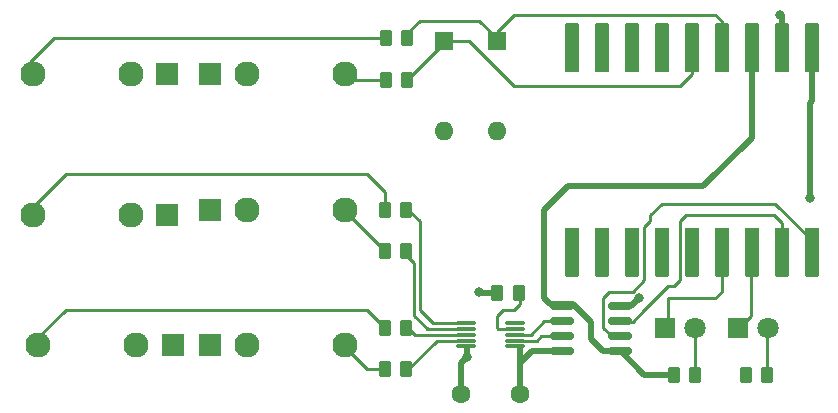
<source format=gtl>
G04 #@! TF.GenerationSoftware,KiCad,Pcbnew,8.0.7*
G04 #@! TF.CreationDate,2025-06-18T23:27:42-07:00*
G04 #@! TF.ProjectId,ESP32_MIDI2CV,45535033-325f-44d4-9944-493243562e6b,rev?*
G04 #@! TF.SameCoordinates,Original*
G04 #@! TF.FileFunction,Copper,L1,Top*
G04 #@! TF.FilePolarity,Positive*
%FSLAX46Y46*%
G04 Gerber Fmt 4.6, Leading zero omitted, Abs format (unit mm)*
G04 Created by KiCad (PCBNEW 8.0.7) date 2025-06-18 23:27:42*
%MOMM*%
%LPD*%
G01*
G04 APERTURE LIST*
G04 Aperture macros list*
%AMRoundRect*
0 Rectangle with rounded corners*
0 $1 Rounding radius*
0 $2 $3 $4 $5 $6 $7 $8 $9 X,Y pos of 4 corners*
0 Add a 4 corners polygon primitive as box body*
4,1,4,$2,$3,$4,$5,$6,$7,$8,$9,$2,$3,0*
0 Add four circle primitives for the rounded corners*
1,1,$1+$1,$2,$3*
1,1,$1+$1,$4,$5*
1,1,$1+$1,$6,$7*
1,1,$1+$1,$8,$9*
0 Add four rect primitives between the rounded corners*
20,1,$1+$1,$2,$3,$4,$5,0*
20,1,$1+$1,$4,$5,$6,$7,0*
20,1,$1+$1,$6,$7,$8,$9,0*
20,1,$1+$1,$8,$9,$2,$3,0*%
%AMFreePoly0*
4,1,11,0.600000,-3.000000,0.580902,-3.058779,0.530902,-3.095106,0.500000,-3.100000,-0.500000,-3.100000,-0.558779,-3.080902,-0.595106,-3.030902,-0.600000,-3.000000,-0.600000,1.000000,0.600000,1.000000,0.600000,-3.000000,0.600000,-3.000000,$1*%
G04 Aperture macros list end*
G04 #@! TA.AperFunction,SMDPad,CuDef*
%ADD10RoundRect,0.250000X0.262500X0.450000X-0.262500X0.450000X-0.262500X-0.450000X0.262500X-0.450000X0*%
G04 #@! TD*
G04 #@! TA.AperFunction,ComponentPad*
%ADD11R,1.830000X1.930000*%
G04 #@! TD*
G04 #@! TA.AperFunction,ComponentPad*
%ADD12C,2.130000*%
G04 #@! TD*
G04 #@! TA.AperFunction,ComponentPad*
%ADD13R,1.800000X1.800000*%
G04 #@! TD*
G04 #@! TA.AperFunction,ComponentPad*
%ADD14C,1.800000*%
G04 #@! TD*
G04 #@! TA.AperFunction,SMDPad,CuDef*
%ADD15RoundRect,0.150000X0.825000X0.150000X-0.825000X0.150000X-0.825000X-0.150000X0.825000X-0.150000X0*%
G04 #@! TD*
G04 #@! TA.AperFunction,SMDPad,CuDef*
%ADD16RoundRect,0.087500X0.725000X0.087500X-0.725000X0.087500X-0.725000X-0.087500X0.725000X-0.087500X0*%
G04 #@! TD*
G04 #@! TA.AperFunction,SMDPad,CuDef*
%ADD17RoundRect,0.250000X-0.262500X-0.450000X0.262500X-0.450000X0.262500X0.450000X-0.262500X0.450000X0*%
G04 #@! TD*
G04 #@! TA.AperFunction,SMDPad,CuDef*
%ADD18FreePoly0,180.000000*%
G04 #@! TD*
G04 #@! TA.AperFunction,SMDPad,CuDef*
%ADD19FreePoly0,0.000000*%
G04 #@! TD*
G04 #@! TA.AperFunction,ComponentPad*
%ADD20R,1.600000X1.600000*%
G04 #@! TD*
G04 #@! TA.AperFunction,ComponentPad*
%ADD21O,1.600000X1.600000*%
G04 #@! TD*
G04 #@! TA.AperFunction,ComponentPad*
%ADD22C,1.600000*%
G04 #@! TD*
G04 #@! TA.AperFunction,ViaPad*
%ADD23C,0.800000*%
G04 #@! TD*
G04 #@! TA.AperFunction,Conductor*
%ADD24C,0.250000*%
G04 #@! TD*
G04 #@! TA.AperFunction,Conductor*
%ADD25C,0.500000*%
G04 #@! TD*
G04 APERTURE END LIST*
D10*
X167325000Y-48000000D03*
X165500000Y-48000000D03*
D11*
X150720000Y-48000000D03*
D12*
X162120000Y-48000000D03*
X153820000Y-48000000D03*
D13*
X189230000Y-58000000D03*
D14*
X191770000Y-58000000D03*
D11*
X147100000Y-48500000D03*
D12*
X135700000Y-48500000D03*
X144000000Y-48500000D03*
D15*
X185450000Y-60000000D03*
X185450000Y-58730000D03*
X185450000Y-57460000D03*
X185450000Y-56190000D03*
X180500000Y-56190000D03*
X180500000Y-57460000D03*
X180500000Y-58730000D03*
X180500000Y-60000000D03*
D16*
X176587500Y-59595000D03*
X176587500Y-59095000D03*
X176587500Y-58595000D03*
X176587500Y-58095000D03*
X176587500Y-57595000D03*
X172362500Y-57595000D03*
X172362500Y-58095000D03*
X172362500Y-58595000D03*
X172362500Y-59095000D03*
X172362500Y-59595000D03*
D17*
X196087500Y-62000000D03*
X197912500Y-62000000D03*
D10*
X176887500Y-55095000D03*
X175062500Y-55095000D03*
D18*
X201660000Y-35380000D03*
X199120000Y-35380000D03*
X196580000Y-35380000D03*
X194040000Y-35380000D03*
X191500000Y-35380000D03*
X188960000Y-35380000D03*
X186420000Y-35380000D03*
X183880000Y-35380000D03*
X181340000Y-35380000D03*
D19*
X181340000Y-50620000D03*
X183880000Y-50620000D03*
X186420000Y-50620000D03*
X188960000Y-50620000D03*
X191500000Y-50620000D03*
X194040000Y-50620000D03*
X196580000Y-50620000D03*
X199120000Y-50620000D03*
X201660000Y-50620000D03*
D20*
X175000000Y-33690000D03*
D21*
X175000000Y-41310000D03*
D11*
X147600000Y-59500000D03*
D12*
X136200000Y-59500000D03*
X144500000Y-59500000D03*
D10*
X167325000Y-58000000D03*
X165500000Y-58000000D03*
D13*
X195460000Y-58000000D03*
D14*
X198000000Y-58000000D03*
D17*
X190000000Y-62000000D03*
X191825000Y-62000000D03*
D10*
X167412500Y-33500000D03*
X165587500Y-33500000D03*
X167325000Y-61500000D03*
X165500000Y-61500000D03*
X167325000Y-51500000D03*
X165500000Y-51500000D03*
D11*
X147100000Y-36500000D03*
D12*
X135700000Y-36500000D03*
X144000000Y-36500000D03*
D11*
X150720000Y-59500000D03*
D12*
X162120000Y-59500000D03*
X153820000Y-59500000D03*
D11*
X150720000Y-36500000D03*
D12*
X162120000Y-36500000D03*
X153820000Y-36500000D03*
D20*
X170500000Y-33690000D03*
D21*
X170500000Y-41310000D03*
D22*
X171975000Y-63595000D03*
X176975000Y-63595000D03*
D10*
X167412500Y-37000000D03*
X165587500Y-37000000D03*
D23*
X187012653Y-55512653D03*
X199000000Y-31500000D03*
X173500000Y-55000000D03*
X172500000Y-60500000D03*
X201500000Y-47000000D03*
D24*
X190500000Y-37500000D02*
X176500000Y-37500000D01*
X167412500Y-37000000D02*
X170500000Y-33912500D01*
X191500000Y-35380000D02*
X191500000Y-36500000D01*
X191500000Y-36500000D02*
X190500000Y-37500000D01*
X176500000Y-37500000D02*
X172690000Y-33690000D01*
X172690000Y-33690000D02*
X170500000Y-33690000D01*
X170500000Y-33912500D02*
X170500000Y-33500000D01*
D25*
X185500000Y-60000000D02*
X187500000Y-62000000D01*
X182500000Y-57000000D02*
X183000000Y-57500000D01*
X181000000Y-46000000D02*
X179000000Y-48000000D01*
X179500000Y-56000000D02*
X180500000Y-56000000D01*
X184000000Y-60000000D02*
X185500000Y-60000000D01*
X192500000Y-46000000D02*
X181500000Y-46000000D01*
X183000000Y-59000000D02*
X184000000Y-60000000D01*
X196580000Y-41920000D02*
X192500000Y-46000000D01*
X179000000Y-48000000D02*
X179000000Y-55500000D01*
X179000000Y-55500000D02*
X179500000Y-56000000D01*
X181500000Y-56000000D02*
X182500000Y-57000000D01*
X196580000Y-35380000D02*
X196580000Y-41920000D01*
X187500000Y-62000000D02*
X190000000Y-62000000D01*
X181500000Y-46000000D02*
X181000000Y-46000000D01*
X183000000Y-57500000D02*
X183000000Y-59000000D01*
X180500000Y-56000000D02*
X181500000Y-56000000D01*
X171975000Y-63595000D02*
X171975000Y-61025000D01*
X186335306Y-56190000D02*
X187012653Y-55512653D01*
X175062500Y-55095000D02*
X173595000Y-55095000D01*
X172500000Y-60500000D02*
X172500000Y-59720000D01*
X199120000Y-31620000D02*
X199000000Y-31500000D01*
X173595000Y-55095000D02*
X173500000Y-55000000D01*
X199120000Y-35380000D02*
X199120000Y-31620000D01*
X171975000Y-61025000D02*
X172500000Y-60500000D01*
X185450000Y-56190000D02*
X186335306Y-56190000D01*
D24*
X168500000Y-32000000D02*
X167412500Y-33087500D01*
X176500000Y-31500000D02*
X175000000Y-33000000D01*
X173500000Y-32000000D02*
X168500000Y-32000000D01*
X193500000Y-31500000D02*
X176500000Y-31500000D01*
X194040000Y-32040000D02*
X193500000Y-31500000D01*
X175000000Y-33000000D02*
X175000000Y-33500000D01*
X167412500Y-33087500D02*
X167412500Y-33500000D01*
X194040000Y-35380000D02*
X194040000Y-32040000D01*
X175000000Y-33500000D02*
X173500000Y-32000000D01*
X194040000Y-54960000D02*
X193500000Y-55500000D01*
X189500000Y-55500000D02*
X189500000Y-58000000D01*
X194040000Y-50620000D02*
X194040000Y-54960000D01*
X193500000Y-55500000D02*
X189500000Y-55500000D01*
X187500000Y-54000000D02*
X187500000Y-49500000D01*
X184500000Y-55000000D02*
X186500000Y-55000000D01*
X198540000Y-47500000D02*
X201660000Y-50620000D01*
X188000000Y-49000000D02*
X188000000Y-48500000D01*
X184000000Y-58000000D02*
X184000000Y-55500000D01*
X185450000Y-58730000D02*
X184730000Y-58730000D01*
X186500000Y-55000000D02*
X187500000Y-54000000D01*
X187500000Y-49500000D02*
X188000000Y-49000000D01*
X184000000Y-55500000D02*
X184500000Y-55000000D01*
X188000000Y-48500000D02*
X189000000Y-47500000D01*
X189000000Y-47500000D02*
X198540000Y-47500000D01*
X184730000Y-58730000D02*
X184000000Y-58000000D01*
X190500000Y-54000000D02*
X190000000Y-54500000D01*
X189500000Y-54500000D02*
X187500000Y-56500000D01*
X199120000Y-50620000D02*
X199120000Y-49120000D01*
X199120000Y-49120000D02*
X199000000Y-49000000D01*
X191000000Y-48500000D02*
X190500000Y-49000000D01*
X187500000Y-56500000D02*
X186500000Y-57500000D01*
X190000000Y-54500000D02*
X189500000Y-54500000D01*
X199000000Y-49000000D02*
X198500000Y-48500000D01*
X186500000Y-57500000D02*
X185500000Y-57500000D01*
X198500000Y-48500000D02*
X191000000Y-48500000D01*
X190500000Y-49000000D02*
X190500000Y-54000000D01*
D25*
X176975000Y-61000000D02*
X176975000Y-60475000D01*
X177975000Y-60000000D02*
X176975000Y-61000000D01*
X201660000Y-38840000D02*
X201500000Y-39000000D01*
X176975000Y-63595000D02*
X176975000Y-61000000D01*
X201500000Y-39000000D02*
X201500000Y-47000000D01*
X176975000Y-60475000D02*
X177000000Y-60450000D01*
X201660000Y-35380000D02*
X201660000Y-38840000D01*
X177000000Y-60450000D02*
X177000000Y-59720000D01*
X180500000Y-60000000D02*
X177975000Y-60000000D01*
D24*
X191825000Y-62000000D02*
X191825000Y-58175000D01*
X191825000Y-58175000D02*
X192000000Y-58000000D01*
X197912500Y-62000000D02*
X197912500Y-58087500D01*
X197912500Y-58087500D02*
X198000000Y-58000000D01*
X196500000Y-50700000D02*
X196500000Y-55000000D01*
X196500000Y-55000000D02*
X196500000Y-57000000D01*
X196580000Y-50620000D02*
X196500000Y-50700000D01*
X196500000Y-57000000D02*
X195500000Y-58000000D01*
X175500000Y-56500000D02*
X176500000Y-56500000D01*
X176587500Y-58095000D02*
X175095000Y-58095000D01*
X175095000Y-58095000D02*
X175000000Y-58000000D01*
X175000000Y-58000000D02*
X175000000Y-57000000D01*
X176500000Y-56500000D02*
X177000000Y-56000000D01*
X175000000Y-57000000D02*
X175500000Y-56500000D01*
X177000000Y-56000000D02*
X177000000Y-55000000D01*
X168500000Y-49500000D02*
X168500000Y-49000000D01*
X172362500Y-57595000D02*
X169595000Y-57595000D01*
X169595000Y-57595000D02*
X168500000Y-56500000D01*
X168500000Y-49000000D02*
X167500000Y-48000000D01*
X168500000Y-56500000D02*
X168500000Y-49500000D01*
X169000000Y-58000000D02*
X169145000Y-58145000D01*
X169095000Y-58095000D02*
X169000000Y-58000000D01*
X172362500Y-58095000D02*
X169095000Y-58095000D01*
X169145000Y-58145000D02*
X168000000Y-57000000D01*
X168000000Y-57000000D02*
X168000000Y-52500000D01*
X167500000Y-52000000D02*
X167500000Y-51500000D01*
X168000000Y-52500000D02*
X167500000Y-52000000D01*
X172362500Y-58595000D02*
X168095000Y-58595000D01*
X168095000Y-58595000D02*
X167500000Y-58000000D01*
X169905000Y-59095000D02*
X167500000Y-61500000D01*
X172362500Y-59095000D02*
X169905000Y-59095000D01*
X178770000Y-58730000D02*
X178405000Y-59095000D01*
X180500000Y-58730000D02*
X178770000Y-58730000D01*
X178405000Y-59095000D02*
X176587500Y-59095000D01*
X177905000Y-58595000D02*
X176500000Y-58595000D01*
X180500000Y-57460000D02*
X179040000Y-57460000D01*
X179040000Y-57460000D02*
X177905000Y-58595000D01*
X135500000Y-35500000D02*
X135500000Y-36500000D01*
X165587500Y-33500000D02*
X137500000Y-33500000D01*
X137500000Y-33500000D02*
X135500000Y-35500000D01*
X162500000Y-37000000D02*
X162000000Y-36500000D01*
X165587500Y-37000000D02*
X162500000Y-37000000D01*
X165500000Y-46500000D02*
X164000000Y-45000000D01*
X135500000Y-48000000D02*
X135500000Y-48500000D01*
X164000000Y-45000000D02*
X140000000Y-45000000D01*
X165500000Y-48000000D02*
X165500000Y-46500000D01*
X140000000Y-45000000D02*
X138500000Y-45000000D01*
X138500000Y-45000000D02*
X135500000Y-48000000D01*
X165500000Y-51500000D02*
X162500000Y-48500000D01*
X155500000Y-56500000D02*
X138500000Y-56500000D01*
X138500000Y-56500000D02*
X136000000Y-59000000D01*
X136000000Y-59000000D02*
X136000000Y-59500000D01*
X164000000Y-56500000D02*
X155500000Y-56500000D01*
X165500000Y-58000000D02*
X164000000Y-56500000D01*
X165500000Y-61500000D02*
X164000000Y-61500000D01*
X164000000Y-61500000D02*
X162000000Y-59500000D01*
M02*

</source>
